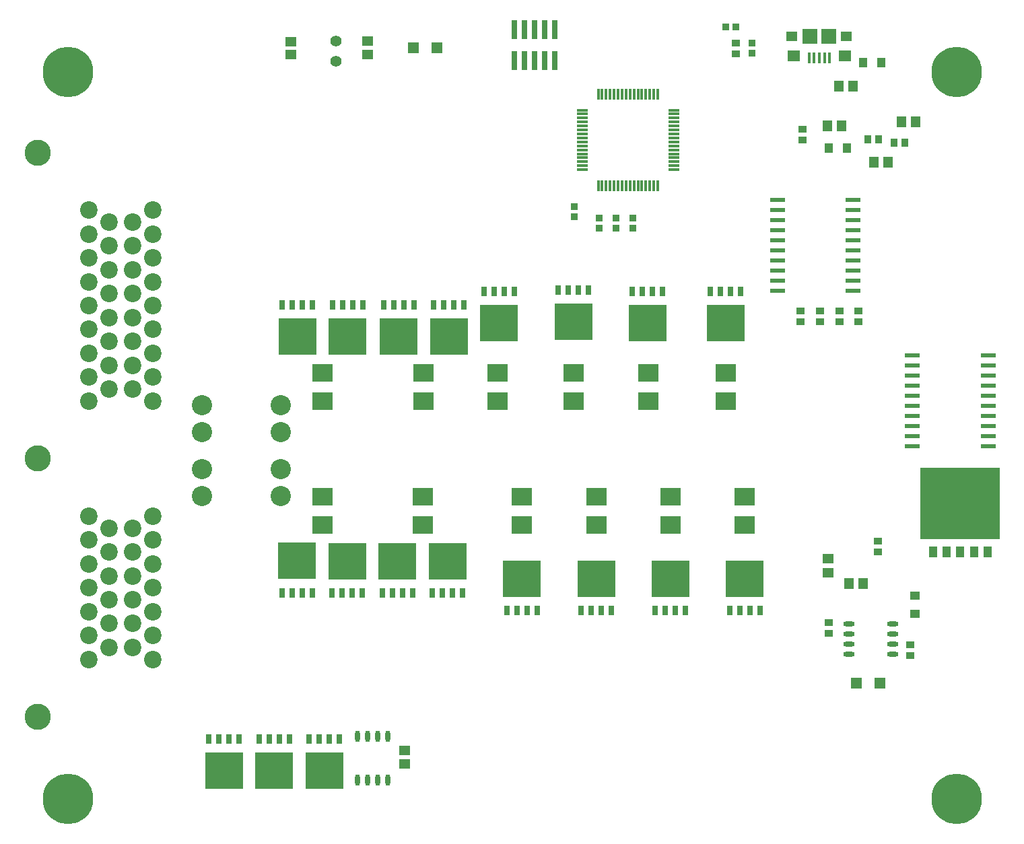
<source format=gbr>
%TF.GenerationSoftware,Altium Limited,Altium Designer,19.1.8 (144)*%
G04 Layer_Color=255*
%FSLAX26Y26*%
%MOIN*%
%TF.FileFunction,Pads,Top*%
%TF.Part,Single*%
G01*
G75*
%TA.AperFunction,SMDPad,CuDef*%
%ADD10R,0.039370X0.035433*%
%ADD11R,0.037402X0.033465*%
%ADD12R,0.011811X0.053150*%
%ADD13R,0.053150X0.011811*%
%ADD14R,0.053150X0.057087*%
%ADD15R,0.045276X0.053150*%
%ADD16R,0.051181X0.043307*%
%ADD17R,0.102362X0.088583*%
%ADD18R,0.027559X0.045276*%
%ADD19R,0.185039X0.181102*%
%ADD20R,0.043307X0.051181*%
%ADD21R,0.035433X0.039370*%
%TA.AperFunction,ConnectorPad*%
%ADD22R,0.015748X0.053150*%
%ADD23R,0.062992X0.055118*%
%ADD24R,0.057087X0.051181*%
%TA.AperFunction,SMDPad,CuDef*%
%ADD25R,0.074803X0.074803*%
%ADD26R,0.033465X0.037402*%
%ADD27R,0.029921X0.094488*%
%ADD28R,0.074803X0.023622*%
%ADD29R,0.053150X0.045276*%
%ADD30O,0.023622X0.057087*%
%ADD31R,0.055118X0.051181*%
%ADD32R,0.042126X0.053937*%
%ADD33O,0.057087X0.023622*%
%TA.AperFunction,ComponentPad*%
%ADD43C,0.086614*%
%ADD44C,0.129921*%
%ADD45C,0.100000*%
%TA.AperFunction,ViaPad*%
%ADD46C,0.250000*%
%TA.AperFunction,ComponentPad*%
%ADD47C,0.055118*%
%ADD48C,0.011811*%
%TA.AperFunction,SMDPad,CuDef*%
%ADD49R,0.393701X0.354331*%
D10*
X4215000Y2660825D02*
D03*
Y2713975D02*
D03*
X4119733Y2660825D02*
D03*
Y2713975D02*
D03*
X4024467Y2660825D02*
D03*
Y2713975D02*
D03*
X3929200Y2660825D02*
D03*
Y2713975D02*
D03*
X4310400Y1574275D02*
D03*
Y1521125D02*
D03*
X3607362Y3990410D02*
D03*
Y4043559D02*
D03*
X3936600Y3563225D02*
D03*
Y3616375D02*
D03*
X4471000Y1062034D02*
D03*
Y1008884D02*
D03*
X4067200Y1118725D02*
D03*
Y1171875D02*
D03*
D11*
X3099000Y3125709D02*
D03*
Y3176890D02*
D03*
X3014800Y3125709D02*
D03*
Y3176890D02*
D03*
X2931200Y3125709D02*
D03*
Y3176890D02*
D03*
X2808800Y3180809D02*
D03*
Y3231990D02*
D03*
X3687362Y4042575D02*
D03*
Y3991394D02*
D03*
D12*
X2925984Y3789016D02*
D03*
X2945669D02*
D03*
X2965354D02*
D03*
X2985039D02*
D03*
X3004724D02*
D03*
X3024410D02*
D03*
X3044095D02*
D03*
X3063780D02*
D03*
X3083465D02*
D03*
X3103150D02*
D03*
X3122835D02*
D03*
X3142520D02*
D03*
X3162205D02*
D03*
X3181890D02*
D03*
X3201575D02*
D03*
X3221260D02*
D03*
Y3336260D02*
D03*
X3201575D02*
D03*
X3181890D02*
D03*
X3162205D02*
D03*
X3142520D02*
D03*
X3122835D02*
D03*
X3103150D02*
D03*
X3083465D02*
D03*
X3063780D02*
D03*
X3044095D02*
D03*
X3024410D02*
D03*
X3004724D02*
D03*
X2985039D02*
D03*
X2965354D02*
D03*
X2945669D02*
D03*
X2925984D02*
D03*
D13*
X3300000Y3710276D02*
D03*
Y3690590D02*
D03*
Y3670905D02*
D03*
Y3651220D02*
D03*
Y3631535D02*
D03*
Y3611850D02*
D03*
Y3592165D02*
D03*
Y3572480D02*
D03*
Y3552795D02*
D03*
Y3533110D02*
D03*
Y3513425D02*
D03*
Y3493740D02*
D03*
Y3474055D02*
D03*
Y3454370D02*
D03*
Y3434685D02*
D03*
Y3415000D02*
D03*
X2847244D02*
D03*
Y3434685D02*
D03*
Y3454370D02*
D03*
Y3474055D02*
D03*
Y3493740D02*
D03*
Y3513425D02*
D03*
Y3533110D02*
D03*
Y3552795D02*
D03*
Y3572480D02*
D03*
Y3592165D02*
D03*
Y3611850D02*
D03*
Y3631535D02*
D03*
Y3651220D02*
D03*
Y3670905D02*
D03*
Y3690590D02*
D03*
Y3710276D02*
D03*
D14*
X4204929Y873600D02*
D03*
X4321071D02*
D03*
X2126071Y4018449D02*
D03*
X2009929D02*
D03*
D15*
X4237449Y1365356D02*
D03*
X4168551D02*
D03*
X4360628Y3453000D02*
D03*
X4291730D02*
D03*
X4496449Y3653000D02*
D03*
X4427551D02*
D03*
X4061976Y3630468D02*
D03*
X4130874D02*
D03*
X4118976Y3830000D02*
D03*
X4187874D02*
D03*
D16*
X4493000Y1214724D02*
D03*
Y1305276D02*
D03*
D17*
X2916222Y1654797D02*
D03*
Y1794561D02*
D03*
X3283643Y1654797D02*
D03*
Y1794561D02*
D03*
X3651065D02*
D03*
Y1654797D02*
D03*
X2057000Y1794561D02*
D03*
Y1654797D02*
D03*
X1559523Y1795861D02*
D03*
Y1656097D02*
D03*
X1560000Y2269439D02*
D03*
Y2409203D02*
D03*
X2061437Y2269439D02*
D03*
Y2409203D02*
D03*
X3557277Y2408882D02*
D03*
Y2269118D02*
D03*
X3174236D02*
D03*
Y2408882D02*
D03*
X2802600Y2269118D02*
D03*
Y2408882D02*
D03*
X2427900D02*
D03*
Y2269118D02*
D03*
X2548800Y1794561D02*
D03*
Y1654797D02*
D03*
D18*
X3576064Y1231470D02*
D03*
X3626064D02*
D03*
X3676064D02*
D03*
X3726064D02*
D03*
X3208643D02*
D03*
X3258643D02*
D03*
X3308643D02*
D03*
X3358643D02*
D03*
X2841221D02*
D03*
X2891221D02*
D03*
X2941221D02*
D03*
X2991221D02*
D03*
X2473800D02*
D03*
X2523800D02*
D03*
X2573800D02*
D03*
X2623800D02*
D03*
X2105477Y1317701D02*
D03*
X2155477D02*
D03*
X2205477D02*
D03*
X2255477D02*
D03*
X1857081Y1319000D02*
D03*
X1907081D02*
D03*
X1957081D02*
D03*
X2007081D02*
D03*
X1608000D02*
D03*
X1658000D02*
D03*
X1708000D02*
D03*
X1758000D02*
D03*
X1359604Y1320299D02*
D03*
X1409604D02*
D03*
X1459604D02*
D03*
X1509604D02*
D03*
X1511523Y2746299D02*
D03*
X1461523D02*
D03*
X1411523D02*
D03*
X1361523D02*
D03*
X1759919Y2745000D02*
D03*
X1709919D02*
D03*
X1659919D02*
D03*
X1609919D02*
D03*
X2012961Y2746299D02*
D03*
X1962961D02*
D03*
X1912961D02*
D03*
X1862961D02*
D03*
X2261356Y2745000D02*
D03*
X2211356D02*
D03*
X2161356D02*
D03*
X2111356D02*
D03*
X2510269Y2813000D02*
D03*
X2460269D02*
D03*
X2410269D02*
D03*
X2360269D02*
D03*
X2878000Y2819599D02*
D03*
X2828000D02*
D03*
X2778000D02*
D03*
X2728000D02*
D03*
X3245112Y2812423D02*
D03*
X3195112D02*
D03*
X3145112D02*
D03*
X3095112D02*
D03*
X3632077Y2813636D02*
D03*
X3582077D02*
D03*
X3532077D02*
D03*
X3482077D02*
D03*
X1495792Y596000D02*
D03*
X1545792D02*
D03*
X1595792D02*
D03*
X1645792D02*
D03*
X1247396D02*
D03*
X1297396D02*
D03*
X1347396D02*
D03*
X1397396D02*
D03*
X999000D02*
D03*
X1049000D02*
D03*
X1099000D02*
D03*
X1149000D02*
D03*
D19*
X3651064Y1388951D02*
D03*
X3283643D02*
D03*
X2916221D02*
D03*
X2548800D02*
D03*
X2180477Y1475181D02*
D03*
X1932081Y1476480D02*
D03*
X1683000D02*
D03*
X1434604Y1477780D02*
D03*
X1436523Y2588819D02*
D03*
X1684919Y2587520D02*
D03*
X1937961Y2588819D02*
D03*
X2186356Y2587520D02*
D03*
X2435269Y2655520D02*
D03*
X2803000Y2662119D02*
D03*
X3170112Y2654943D02*
D03*
X3557077Y2656156D02*
D03*
X1570792Y438520D02*
D03*
X1322396D02*
D03*
X1074000D02*
D03*
D20*
X4329223Y3946000D02*
D03*
X4238671D02*
D03*
X4156701Y3523000D02*
D03*
X4066150D02*
D03*
D21*
X4391850Y3548000D02*
D03*
X4445000D02*
D03*
X4315000Y3564000D02*
D03*
X4261850D02*
D03*
D22*
X4071850Y3969685D02*
D03*
X4046260D02*
D03*
X4020669D02*
D03*
X3995079D02*
D03*
X3969488D02*
D03*
D23*
X4146654Y3978543D02*
D03*
X3894685D02*
D03*
D24*
X4155512Y4075000D02*
D03*
X3885827D02*
D03*
D25*
X4067913D02*
D03*
X3973425D02*
D03*
D26*
X3607953Y4121984D02*
D03*
X3556772D02*
D03*
D27*
X2710000Y4109772D02*
D03*
Y3956228D02*
D03*
X2660000Y4109772D02*
D03*
Y3956228D02*
D03*
X2610000Y4109772D02*
D03*
Y3956228D02*
D03*
X2560000Y4109772D02*
D03*
Y3956228D02*
D03*
X2510000Y4109772D02*
D03*
Y3956228D02*
D03*
D28*
X4188008Y2816000D02*
D03*
Y2866000D02*
D03*
Y2916000D02*
D03*
Y2966000D02*
D03*
Y3016000D02*
D03*
Y3066000D02*
D03*
Y3116000D02*
D03*
Y3166000D02*
D03*
Y3216000D02*
D03*
Y3266000D02*
D03*
X3813992Y2816000D02*
D03*
Y2866000D02*
D03*
Y2916000D02*
D03*
Y2966000D02*
D03*
Y3016000D02*
D03*
Y3066000D02*
D03*
Y3116000D02*
D03*
Y3166000D02*
D03*
Y3216000D02*
D03*
Y3266000D02*
D03*
X4481992Y2496000D02*
D03*
Y2446000D02*
D03*
Y2396000D02*
D03*
Y2346000D02*
D03*
Y2296000D02*
D03*
Y2246000D02*
D03*
Y2196000D02*
D03*
Y2146000D02*
D03*
Y2096000D02*
D03*
Y2046000D02*
D03*
X4856008Y2496000D02*
D03*
Y2446000D02*
D03*
Y2396000D02*
D03*
Y2346000D02*
D03*
Y2296000D02*
D03*
Y2246000D02*
D03*
Y2196000D02*
D03*
Y2146000D02*
D03*
Y2096000D02*
D03*
Y2046000D02*
D03*
D29*
X1968345Y470551D02*
D03*
Y539449D02*
D03*
X1783000Y3984000D02*
D03*
Y4052898D02*
D03*
X4064000Y1488449D02*
D03*
Y1419551D02*
D03*
D30*
X1884345Y608284D02*
D03*
X1834345D02*
D03*
X1784345D02*
D03*
X1734345D02*
D03*
X1884345Y393717D02*
D03*
X1834345D02*
D03*
X1784345D02*
D03*
X1734345D02*
D03*
D31*
X1403000Y4049945D02*
D03*
Y3986953D02*
D03*
D32*
X4854123Y1520758D02*
D03*
X4786406D02*
D03*
X4718690D02*
D03*
X4650973D02*
D03*
X4583257D02*
D03*
D33*
X4382732Y1014908D02*
D03*
Y1064908D02*
D03*
Y1114908D02*
D03*
Y1164908D02*
D03*
X4168165Y1014908D02*
D03*
Y1064908D02*
D03*
Y1114908D02*
D03*
Y1164908D02*
D03*
D43*
X720866Y2269685D02*
D03*
Y2387795D02*
D03*
Y2505905D02*
D03*
Y2624016D02*
D03*
Y2742126D02*
D03*
Y2860236D02*
D03*
Y2978347D02*
D03*
Y3096457D02*
D03*
Y3214567D02*
D03*
X622441Y2328740D02*
D03*
Y2446850D02*
D03*
Y2564961D02*
D03*
Y2683071D02*
D03*
Y2801181D02*
D03*
Y2919291D02*
D03*
Y3037402D02*
D03*
Y3155512D02*
D03*
X504331Y2328740D02*
D03*
Y2446850D02*
D03*
Y2564961D02*
D03*
Y2683071D02*
D03*
Y2801181D02*
D03*
Y2919291D02*
D03*
Y3037402D02*
D03*
Y3155512D02*
D03*
X405906Y2269685D02*
D03*
Y2387795D02*
D03*
Y2505905D02*
D03*
Y2624016D02*
D03*
Y2742126D02*
D03*
Y2860236D02*
D03*
Y2978347D02*
D03*
Y3096457D02*
D03*
Y3214567D02*
D03*
Y1698819D02*
D03*
Y1580709D02*
D03*
Y1462599D02*
D03*
Y1344488D02*
D03*
Y1226378D02*
D03*
Y1108268D02*
D03*
Y990158D02*
D03*
X504331Y1639764D02*
D03*
Y1521654D02*
D03*
Y1403543D02*
D03*
Y1285433D02*
D03*
Y1167323D02*
D03*
Y1049213D02*
D03*
X622441Y1639764D02*
D03*
Y1521654D02*
D03*
Y1403543D02*
D03*
Y1285433D02*
D03*
Y1167323D02*
D03*
Y1049213D02*
D03*
X720866Y1698819D02*
D03*
Y1580709D02*
D03*
Y1462599D02*
D03*
Y1344488D02*
D03*
Y1226378D02*
D03*
Y1108268D02*
D03*
Y990158D02*
D03*
D44*
X150000Y704724D02*
D03*
Y1984252D02*
D03*
Y3500000D02*
D03*
D45*
X964724Y1933022D02*
D03*
X1355276D02*
D03*
X964724Y1799163D02*
D03*
X1355276D02*
D03*
X964449Y2250000D02*
D03*
X1355000D02*
D03*
X964449Y2116142D02*
D03*
X1355000D02*
D03*
D46*
X4700000Y3900000D02*
D03*
Y300000D02*
D03*
X300000D02*
D03*
Y3900000D02*
D03*
D47*
X1628000Y3953449D02*
D03*
Y4053449D02*
D03*
D48*
X4742312Y1761900D02*
D03*
Y1809144D02*
D03*
Y1856388D02*
D03*
Y1903632D02*
D03*
Y1714656D02*
D03*
Y1667412D02*
D03*
Y1620168D02*
D03*
X4789556D02*
D03*
Y1667412D02*
D03*
Y1714656D02*
D03*
Y1903632D02*
D03*
Y1856388D02*
D03*
Y1809144D02*
D03*
Y1761900D02*
D03*
X4836800Y1620168D02*
D03*
Y1667412D02*
D03*
Y1714656D02*
D03*
Y1903632D02*
D03*
Y1856388D02*
D03*
Y1809144D02*
D03*
Y1761900D02*
D03*
X4884044Y1620168D02*
D03*
Y1667412D02*
D03*
Y1714656D02*
D03*
Y1903632D02*
D03*
Y1856388D02*
D03*
Y1809144D02*
D03*
Y1761900D02*
D03*
X4695068Y1620168D02*
D03*
Y1667412D02*
D03*
Y1714656D02*
D03*
Y1903632D02*
D03*
Y1856388D02*
D03*
Y1809144D02*
D03*
Y1761900D02*
D03*
X4647824Y1620168D02*
D03*
Y1667412D02*
D03*
Y1714656D02*
D03*
Y1903632D02*
D03*
Y1856388D02*
D03*
Y1809144D02*
D03*
Y1761900D02*
D03*
X4600580Y1620168D02*
D03*
Y1667412D02*
D03*
Y1714656D02*
D03*
Y1903632D02*
D03*
Y1856388D02*
D03*
Y1809144D02*
D03*
Y1761900D02*
D03*
X4553336Y1620168D02*
D03*
Y1667412D02*
D03*
Y1714656D02*
D03*
Y1903632D02*
D03*
Y1856388D02*
D03*
Y1809144D02*
D03*
Y1761900D02*
D03*
D49*
X4718690D02*
D03*
%TF.MD5,edcae67812616b30195abab7e84440cf*%
M02*

</source>
